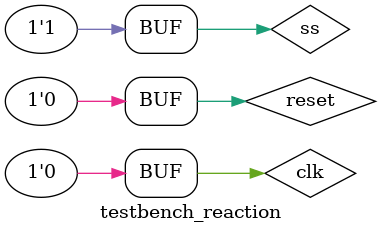
<source format=sv>

module testbench_reaction();
  logic        clk, reset;
  logic        ss, go;
  logic [10:0] reactionTime;

  // instantiate device under test
  reaction dut(clk, reset, ss, go, reactionTime);

  // generate clock
  always 
    begin
      clk = 1; #5; clk = 0; #5;
 
    end

  // at start of test, load vectors
  // and pulse reset
  initial
    begin
    reset = 1; #5; reset = 0;
    ss = 1; #10;

    end

endmodule


</source>
